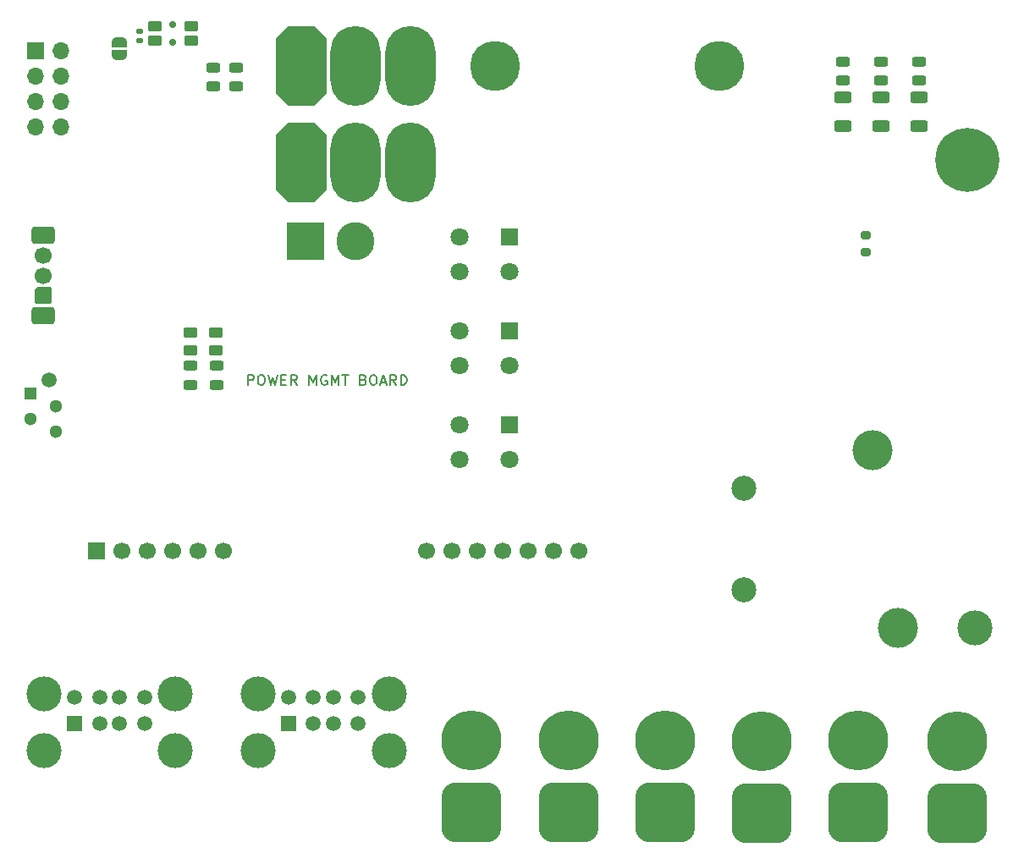
<source format=gts>
G04 #@! TF.GenerationSoftware,KiCad,Pcbnew,8.0.3*
G04 #@! TF.CreationDate,2024-08-23T22:21:50+02:00*
G04 #@! TF.ProjectId,temp_power_management,74656d70-5f70-46f7-9765-725f6d616e61,rev?*
G04 #@! TF.SameCoordinates,Original*
G04 #@! TF.FileFunction,Soldermask,Top*
G04 #@! TF.FilePolarity,Negative*
%FSLAX46Y46*%
G04 Gerber Fmt 4.6, Leading zero omitted, Abs format (unit mm)*
G04 Created by KiCad (PCBNEW 8.0.3) date 2024-08-23 22:21:50*
%MOMM*%
%LPD*%
G01*
G04 APERTURE LIST*
G04 Aperture macros list*
%AMRoundRect*
0 Rectangle with rounded corners*
0 $1 Rounding radius*
0 $2 $3 $4 $5 $6 $7 $8 $9 X,Y pos of 4 corners*
0 Add a 4 corners polygon primitive as box body*
4,1,4,$2,$3,$4,$5,$6,$7,$8,$9,$2,$3,0*
0 Add four circle primitives for the rounded corners*
1,1,$1+$1,$2,$3*
1,1,$1+$1,$4,$5*
1,1,$1+$1,$6,$7*
1,1,$1+$1,$8,$9*
0 Add four rect primitives between the rounded corners*
20,1,$1+$1,$2,$3,$4,$5,0*
20,1,$1+$1,$4,$5,$6,$7,0*
20,1,$1+$1,$6,$7,$8,$9,0*
20,1,$1+$1,$8,$9,$2,$3,0*%
%AMOutline5P*
0 Free polygon, 5 corners , with rotation*
0 The origin of the aperture is its center*
0 number of corners: always 5*
0 $1 to $10 corner X, Y*
0 $11 Rotation angle, in degrees counterclockwise*
0 create outline with 5 corners*
4,1,5,$1,$2,$3,$4,$5,$6,$7,$8,$9,$10,$1,$2,$11*%
%AMOutline6P*
0 Free polygon, 6 corners , with rotation*
0 The origin of the aperture is its center*
0 number of corners: always 6*
0 $1 to $12 corner X, Y*
0 $13 Rotation angle, in degrees counterclockwise*
0 create outline with 6 corners*
4,1,6,$1,$2,$3,$4,$5,$6,$7,$8,$9,$10,$11,$12,$1,$2,$13*%
%AMOutline7P*
0 Free polygon, 7 corners , with rotation*
0 The origin of the aperture is its center*
0 number of corners: always 7*
0 $1 to $14 corner X, Y*
0 $15 Rotation angle, in degrees counterclockwise*
0 create outline with 7 corners*
4,1,7,$1,$2,$3,$4,$5,$6,$7,$8,$9,$10,$11,$12,$13,$14,$1,$2,$15*%
%AMOutline8P*
0 Free polygon, 8 corners , with rotation*
0 The origin of the aperture is its center*
0 number of corners: always 8*
0 $1 to $16 corner X, Y*
0 $17 Rotation angle, in degrees counterclockwise*
0 create outline with 8 corners*
4,1,8,$1,$2,$3,$4,$5,$6,$7,$8,$9,$10,$11,$12,$13,$14,$15,$16,$1,$2,$17*%
%AMFreePoly0*
4,1,19,0.500000,-0.750000,0.000000,-0.750000,0.000000,-0.744911,-0.071157,-0.744911,-0.207708,-0.704816,-0.327430,-0.627875,-0.420627,-0.520320,-0.479746,-0.390866,-0.500000,-0.250000,-0.500000,0.250000,-0.479746,0.390866,-0.420627,0.520320,-0.327430,0.627875,-0.207708,0.704816,-0.071157,0.744911,0.000000,0.744911,0.000000,0.750000,0.500000,0.750000,0.500000,-0.750000,0.500000,-0.750000,
$1*%
%AMFreePoly1*
4,1,19,0.000000,0.744911,0.071157,0.744911,0.207708,0.704816,0.327430,0.627875,0.420627,0.520320,0.479746,0.390866,0.500000,0.250000,0.500000,-0.250000,0.479746,-0.390866,0.420627,-0.520320,0.327430,-0.627875,0.207708,-0.704816,0.071157,-0.744911,0.000000,-0.744911,0.000000,-0.750000,-0.500000,-0.750000,-0.500000,0.750000,0.000000,0.750000,0.000000,0.744911,0.000000,0.744911,
$1*%
%AMFreePoly2*
4,1,18,-0.850000,0.510000,-0.510000,0.850000,0.600000,0.850000,0.695671,0.830970,0.776777,0.776777,0.830970,0.695671,0.850000,0.600000,0.850000,-0.600000,0.830970,-0.695671,0.776777,-0.776777,0.695671,-0.830970,0.600000,-0.850000,-0.600000,-0.850000,-0.695671,-0.830970,-0.776777,-0.776777,-0.830970,-0.695671,-0.850000,-0.600000,-0.850000,0.510000,-0.850000,0.510000,$1*%
G04 Aperture macros list end*
%ADD10C,0.150000*%
%ADD11C,0.800000*%
%ADD12C,6.400000*%
%ADD13RoundRect,0.250000X-0.450000X0.262500X-0.450000X-0.262500X0.450000X-0.262500X0.450000X0.262500X0*%
%ADD14RoundRect,0.243750X0.456250X-0.243750X0.456250X0.243750X-0.456250X0.243750X-0.456250X-0.243750X0*%
%ADD15RoundRect,0.243750X-0.456250X0.243750X-0.456250X-0.243750X0.456250X-0.243750X0.456250X0.243750X0*%
%ADD16R,1.800000X1.800000*%
%ADD17C,1.800000*%
%ADD18C,2.500000*%
%ADD19C,4.000000*%
%ADD20C,3.500000*%
%ADD21R,3.800000X3.800000*%
%ADD22C,3.800000*%
%ADD23C,5.000000*%
%ADD24RoundRect,1.500000X1.500000X-1.500000X1.500000X1.500000X-1.500000X1.500000X-1.500000X-1.500000X0*%
%ADD25C,6.000000*%
%ADD26R,1.500000X1.500000*%
%ADD27C,1.500000*%
%ADD28R,1.700000X1.700000*%
%ADD29O,1.700000X1.700000*%
%ADD30RoundRect,0.250000X-0.625000X0.312500X-0.625000X-0.312500X0.625000X-0.312500X0.625000X0.312500X0*%
%ADD31RoundRect,2.500000X-0.000010X-1.500000X0.000010X-1.500000X0.000010X1.500000X-0.000010X1.500000X0*%
%ADD32RoundRect,2.500000X0.000010X-1.500000X0.000010X1.500000X-0.000010X1.500000X-0.000010X-1.500000X0*%
%ADD33Outline8P,-2.500000X2.750000X-1.250000X4.000000X1.250000X4.000000X2.500000X2.750000X2.500000X-2.750000X1.250000X-4.000000X-1.250000X-4.000000X-2.500000X-2.750000X0.000000*%
%ADD34C,0.700000*%
%ADD35RoundRect,0.250000X0.450000X0.275000X-0.450000X0.275000X-0.450000X-0.275000X0.450000X-0.275000X0*%
%ADD36RoundRect,0.200000X0.275000X-0.200000X0.275000X0.200000X-0.275000X0.200000X-0.275000X-0.200000X0*%
%ADD37R,1.300000X1.300000*%
%ADD38C,1.300000*%
%ADD39FreePoly0,270.000000*%
%ADD40FreePoly1,270.000000*%
%ADD41RoundRect,0.140000X-0.170000X0.140000X-0.170000X-0.140000X0.170000X-0.140000X0.170000X0.140000X0*%
%ADD42FreePoly2,0.000000*%
%ADD43C,1.700000*%
%ADD44RoundRect,0.250000X-0.900000X-0.600000X0.900000X-0.600000X0.900000X0.600000X-0.900000X0.600000X0*%
G04 APERTURE END LIST*
D10*
X123051335Y-95648311D02*
X123051335Y-94648311D01*
X123051335Y-94648311D02*
X123451335Y-94648311D01*
X123451335Y-94648311D02*
X123551335Y-94695930D01*
X123551335Y-94695930D02*
X123601335Y-94743549D01*
X123601335Y-94743549D02*
X123651335Y-94838787D01*
X123651335Y-94838787D02*
X123651335Y-94981644D01*
X123651335Y-94981644D02*
X123601335Y-95076882D01*
X123601335Y-95076882D02*
X123551335Y-95124501D01*
X123551335Y-95124501D02*
X123451335Y-95172120D01*
X123451335Y-95172120D02*
X123051335Y-95172120D01*
X124301335Y-94648311D02*
X124501335Y-94648311D01*
X124501335Y-94648311D02*
X124601335Y-94695930D01*
X124601335Y-94695930D02*
X124701335Y-94791168D01*
X124701335Y-94791168D02*
X124751335Y-94981644D01*
X124751335Y-94981644D02*
X124751335Y-95314977D01*
X124751335Y-95314977D02*
X124701335Y-95505453D01*
X124701335Y-95505453D02*
X124601335Y-95600692D01*
X124601335Y-95600692D02*
X124501335Y-95648311D01*
X124501335Y-95648311D02*
X124301335Y-95648311D01*
X124301335Y-95648311D02*
X124201335Y-95600692D01*
X124201335Y-95600692D02*
X124101335Y-95505453D01*
X124101335Y-95505453D02*
X124051335Y-95314977D01*
X124051335Y-95314977D02*
X124051335Y-94981644D01*
X124051335Y-94981644D02*
X124101335Y-94791168D01*
X124101335Y-94791168D02*
X124201335Y-94695930D01*
X124201335Y-94695930D02*
X124301335Y-94648311D01*
X125101335Y-94648311D02*
X125351335Y-95648311D01*
X125351335Y-95648311D02*
X125551335Y-94934025D01*
X125551335Y-94934025D02*
X125751335Y-95648311D01*
X125751335Y-95648311D02*
X126001335Y-94648311D01*
X126401335Y-95124501D02*
X126751335Y-95124501D01*
X126901335Y-95648311D02*
X126401335Y-95648311D01*
X126401335Y-95648311D02*
X126401335Y-94648311D01*
X126401335Y-94648311D02*
X126901335Y-94648311D01*
X127951335Y-95648311D02*
X127601335Y-95172120D01*
X127351335Y-95648311D02*
X127351335Y-94648311D01*
X127351335Y-94648311D02*
X127751335Y-94648311D01*
X127751335Y-94648311D02*
X127851335Y-94695930D01*
X127851335Y-94695930D02*
X127901335Y-94743549D01*
X127901335Y-94743549D02*
X127951335Y-94838787D01*
X127951335Y-94838787D02*
X127951335Y-94981644D01*
X127951335Y-94981644D02*
X127901335Y-95076882D01*
X127901335Y-95076882D02*
X127851335Y-95124501D01*
X127851335Y-95124501D02*
X127751335Y-95172120D01*
X127751335Y-95172120D02*
X127351335Y-95172120D01*
X129201335Y-95648311D02*
X129201335Y-94648311D01*
X129201335Y-94648311D02*
X129551335Y-95362596D01*
X129551335Y-95362596D02*
X129901335Y-94648311D01*
X129901335Y-94648311D02*
X129901335Y-95648311D01*
X130951335Y-94695930D02*
X130851335Y-94648311D01*
X130851335Y-94648311D02*
X130701335Y-94648311D01*
X130701335Y-94648311D02*
X130551335Y-94695930D01*
X130551335Y-94695930D02*
X130451335Y-94791168D01*
X130451335Y-94791168D02*
X130401335Y-94886406D01*
X130401335Y-94886406D02*
X130351335Y-95076882D01*
X130351335Y-95076882D02*
X130351335Y-95219739D01*
X130351335Y-95219739D02*
X130401335Y-95410215D01*
X130401335Y-95410215D02*
X130451335Y-95505453D01*
X130451335Y-95505453D02*
X130551335Y-95600692D01*
X130551335Y-95600692D02*
X130701335Y-95648311D01*
X130701335Y-95648311D02*
X130801335Y-95648311D01*
X130801335Y-95648311D02*
X130951335Y-95600692D01*
X130951335Y-95600692D02*
X131001335Y-95553072D01*
X131001335Y-95553072D02*
X131001335Y-95219739D01*
X131001335Y-95219739D02*
X130801335Y-95219739D01*
X131451335Y-95648311D02*
X131451335Y-94648311D01*
X131451335Y-94648311D02*
X131801335Y-95362596D01*
X131801335Y-95362596D02*
X132151335Y-94648311D01*
X132151335Y-94648311D02*
X132151335Y-95648311D01*
X132501335Y-94648311D02*
X133101335Y-94648311D01*
X132801335Y-95648311D02*
X132801335Y-94648311D01*
X134601335Y-95124501D02*
X134751335Y-95172120D01*
X134751335Y-95172120D02*
X134801335Y-95219739D01*
X134801335Y-95219739D02*
X134851335Y-95314977D01*
X134851335Y-95314977D02*
X134851335Y-95457834D01*
X134851335Y-95457834D02*
X134801335Y-95553072D01*
X134801335Y-95553072D02*
X134751335Y-95600692D01*
X134751335Y-95600692D02*
X134651335Y-95648311D01*
X134651335Y-95648311D02*
X134251335Y-95648311D01*
X134251335Y-95648311D02*
X134251335Y-94648311D01*
X134251335Y-94648311D02*
X134601335Y-94648311D01*
X134601335Y-94648311D02*
X134701335Y-94695930D01*
X134701335Y-94695930D02*
X134751335Y-94743549D01*
X134751335Y-94743549D02*
X134801335Y-94838787D01*
X134801335Y-94838787D02*
X134801335Y-94934025D01*
X134801335Y-94934025D02*
X134751335Y-95029263D01*
X134751335Y-95029263D02*
X134701335Y-95076882D01*
X134701335Y-95076882D02*
X134601335Y-95124501D01*
X134601335Y-95124501D02*
X134251335Y-95124501D01*
X135501335Y-94648311D02*
X135701335Y-94648311D01*
X135701335Y-94648311D02*
X135801335Y-94695930D01*
X135801335Y-94695930D02*
X135901335Y-94791168D01*
X135901335Y-94791168D02*
X135951335Y-94981644D01*
X135951335Y-94981644D02*
X135951335Y-95314977D01*
X135951335Y-95314977D02*
X135901335Y-95505453D01*
X135901335Y-95505453D02*
X135801335Y-95600692D01*
X135801335Y-95600692D02*
X135701335Y-95648311D01*
X135701335Y-95648311D02*
X135501335Y-95648311D01*
X135501335Y-95648311D02*
X135401335Y-95600692D01*
X135401335Y-95600692D02*
X135301335Y-95505453D01*
X135301335Y-95505453D02*
X135251335Y-95314977D01*
X135251335Y-95314977D02*
X135251335Y-94981644D01*
X135251335Y-94981644D02*
X135301335Y-94791168D01*
X135301335Y-94791168D02*
X135401335Y-94695930D01*
X135401335Y-94695930D02*
X135501335Y-94648311D01*
X136351335Y-95362596D02*
X136851335Y-95362596D01*
X136251335Y-95648311D02*
X136601335Y-94648311D01*
X136601335Y-94648311D02*
X136951335Y-95648311D01*
X137901335Y-95648311D02*
X137551335Y-95172120D01*
X137301335Y-95648311D02*
X137301335Y-94648311D01*
X137301335Y-94648311D02*
X137701335Y-94648311D01*
X137701335Y-94648311D02*
X137801335Y-94695930D01*
X137801335Y-94695930D02*
X137851335Y-94743549D01*
X137851335Y-94743549D02*
X137901335Y-94838787D01*
X137901335Y-94838787D02*
X137901335Y-94981644D01*
X137901335Y-94981644D02*
X137851335Y-95076882D01*
X137851335Y-95076882D02*
X137801335Y-95124501D01*
X137801335Y-95124501D02*
X137701335Y-95172120D01*
X137701335Y-95172120D02*
X137301335Y-95172120D01*
X138351335Y-95648311D02*
X138351335Y-94648311D01*
X138351335Y-94648311D02*
X138601335Y-94648311D01*
X138601335Y-94648311D02*
X138751335Y-94695930D01*
X138751335Y-94695930D02*
X138851335Y-94791168D01*
X138851335Y-94791168D02*
X138901335Y-94886406D01*
X138901335Y-94886406D02*
X138951335Y-95076882D01*
X138951335Y-95076882D02*
X138951335Y-95219739D01*
X138951335Y-95219739D02*
X138901335Y-95410215D01*
X138901335Y-95410215D02*
X138851335Y-95505453D01*
X138851335Y-95505453D02*
X138751335Y-95600692D01*
X138751335Y-95600692D02*
X138601335Y-95648311D01*
X138601335Y-95648311D02*
X138351335Y-95648311D01*
D11*
X192672000Y-73152000D03*
X193374944Y-71454944D03*
X193374944Y-74849056D03*
X195072000Y-70752000D03*
D12*
X195072000Y-73152000D03*
D11*
X195072000Y-75552000D03*
X196769056Y-71454944D03*
X196769056Y-74849056D03*
X197472000Y-73152000D03*
D13*
X119888000Y-90377000D03*
X119888000Y-92202000D03*
X117348000Y-90377000D03*
X117348000Y-92202000D03*
D14*
X119949000Y-95621000D03*
X119949000Y-93746000D03*
X117348000Y-95621000D03*
X117348000Y-93746000D03*
D15*
X119634000Y-63911000D03*
X119634000Y-65786000D03*
D16*
X149240000Y-80833000D03*
D17*
X144240000Y-80833000D03*
X149240000Y-84333000D03*
X144240000Y-84333000D03*
D18*
X172694000Y-105949000D03*
X172694000Y-116149000D03*
D19*
X188094000Y-119949000D03*
D20*
X195794000Y-119949000D03*
D19*
X185554000Y-102169000D03*
D15*
X186436000Y-63324500D03*
X186436000Y-65199500D03*
X190246000Y-63324500D03*
X190246000Y-65199500D03*
D21*
X128858000Y-81280000D03*
D22*
X133858000Y-81280000D03*
D23*
X147754000Y-63754000D03*
X170254000Y-63754000D03*
D24*
X145415000Y-138430000D03*
D25*
X145415000Y-131230000D03*
D16*
X149240000Y-90231000D03*
D17*
X144240000Y-90231000D03*
X149240000Y-93731000D03*
X144240000Y-93731000D03*
D26*
X105736000Y-129540000D03*
D27*
X108236000Y-129540000D03*
X110236000Y-129540000D03*
X112736000Y-129540000D03*
X105736000Y-126920000D03*
X108236000Y-126920000D03*
X110236000Y-126920000D03*
X112736000Y-126920000D03*
D20*
X102666000Y-132250000D03*
X115806000Y-132250000D03*
X102666000Y-126570000D03*
X115806000Y-126570000D03*
D28*
X101849000Y-62240000D03*
D29*
X104389000Y-62240000D03*
X101849000Y-64780000D03*
X104389000Y-64780000D03*
X101849000Y-67320000D03*
X104389000Y-67320000D03*
X101849000Y-69860000D03*
X104389000Y-69860000D03*
D24*
X174498000Y-138474000D03*
D25*
X174498000Y-131274000D03*
D24*
X194056000Y-138518000D03*
D25*
X194056000Y-131318000D03*
D30*
X190246000Y-66863500D03*
X190246000Y-69788500D03*
D24*
X184150000Y-138430000D03*
D25*
X184150000Y-131230000D03*
D31*
X139358000Y-73406000D03*
D32*
X133858000Y-73406000D03*
D33*
X128358000Y-73406000D03*
D26*
X127112000Y-129540000D03*
D27*
X129612000Y-129540000D03*
X131612000Y-129540000D03*
X134112000Y-129540000D03*
X127112000Y-126920000D03*
X129612000Y-126920000D03*
X131612000Y-126920000D03*
X134112000Y-126920000D03*
D20*
X124042000Y-132250000D03*
X137182000Y-132250000D03*
X124042000Y-126570000D03*
X137182000Y-126570000D03*
D33*
X128358000Y-63754000D03*
D32*
X133858000Y-63754000D03*
D31*
X139358000Y-63754000D03*
D34*
X115570000Y-61352000D03*
X115570000Y-59552000D03*
D35*
X117370000Y-61172000D03*
X113770000Y-61172000D03*
X117370000Y-59732000D03*
X113770000Y-59732000D03*
D36*
X184912000Y-82359000D03*
X184912000Y-80709000D03*
D24*
X164846000Y-138430000D03*
D25*
X164846000Y-131230000D03*
D30*
X186436000Y-66863500D03*
X186436000Y-69788500D03*
D15*
X182626000Y-63324500D03*
X182626000Y-65199500D03*
D27*
X103146000Y-95120000D03*
D37*
X101346000Y-96520000D03*
D38*
X103886000Y-97790000D03*
X101346000Y-99060000D03*
X103886000Y-100330000D03*
D39*
X110236000Y-61326000D03*
D40*
X110236000Y-62626000D03*
D16*
X149240000Y-99629000D03*
D17*
X144240000Y-99629000D03*
X149240000Y-103129000D03*
X144240000Y-103129000D03*
D25*
X155194000Y-131230000D03*
D24*
X155194000Y-138430000D03*
D30*
X182626000Y-66863500D03*
X182626000Y-69788500D03*
D41*
X112268000Y-60226000D03*
X112268000Y-61186000D03*
D42*
X102616000Y-86702000D03*
D43*
X102616000Y-84702000D03*
X102616000Y-82702000D03*
D44*
X102616000Y-80702000D03*
X102616000Y-88702000D03*
D28*
X107950000Y-112268000D03*
D43*
X110490000Y-112268000D03*
X113030000Y-112268000D03*
X115570000Y-112268000D03*
X118110000Y-112268000D03*
X120650000Y-112268000D03*
X140970000Y-112268000D03*
X143510000Y-112268000D03*
X146050000Y-112268000D03*
X148590000Y-112268000D03*
X151130000Y-112268000D03*
X153670000Y-112268000D03*
X156210000Y-112268000D03*
D15*
X121920000Y-63911000D03*
X121920000Y-65786000D03*
M02*

</source>
